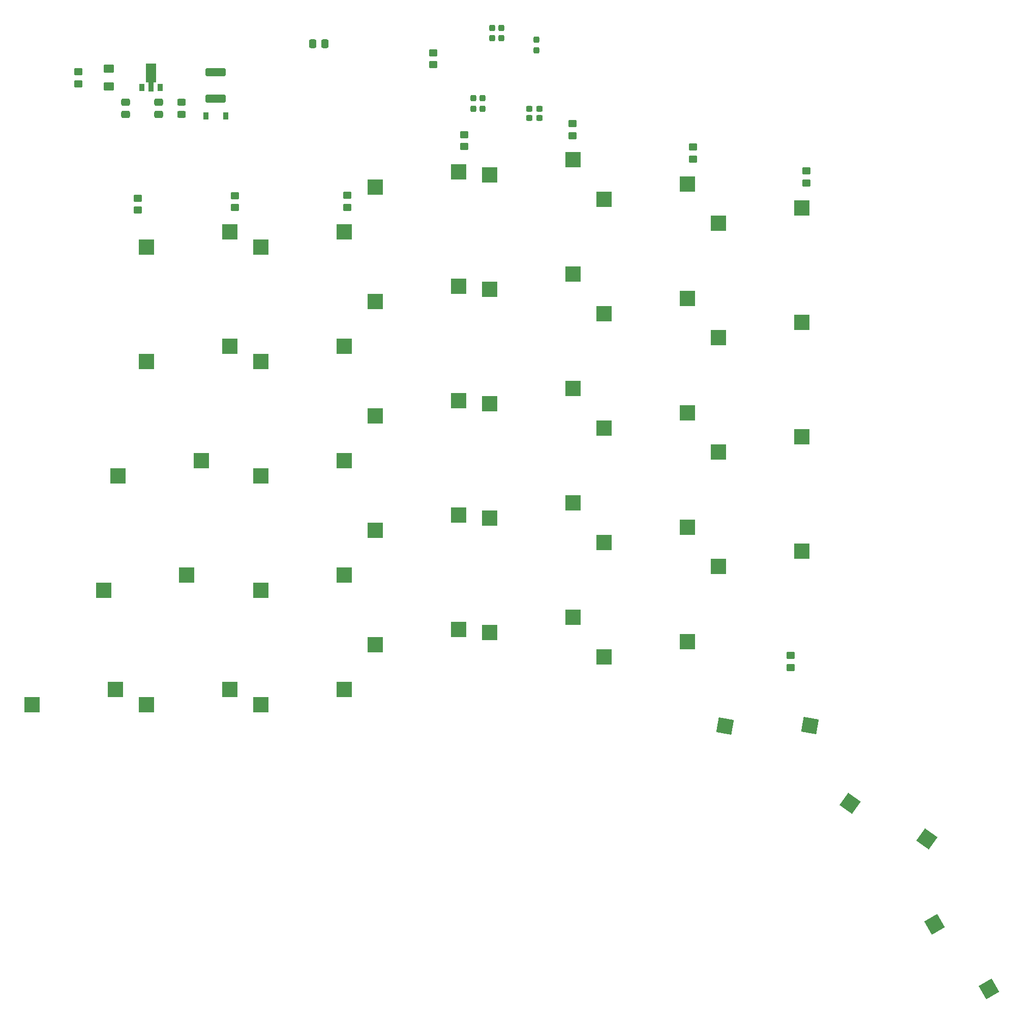
<source format=gbr>
%TF.GenerationSoftware,KiCad,Pcbnew,(6.0.0)*%
%TF.CreationDate,2022-01-02T22:46:40-08:00*%
%TF.ProjectId,thumbler_left,7468756d-626c-4657-925f-6c6566742e6b,rev?*%
%TF.SameCoordinates,Original*%
%TF.FileFunction,Paste,Bot*%
%TF.FilePolarity,Positive*%
%FSLAX46Y46*%
G04 Gerber Fmt 4.6, Leading zero omitted, Abs format (unit mm)*
G04 Created by KiCad (PCBNEW (6.0.0)) date 2022-01-02 22:46:40*
%MOMM*%
%LPD*%
G01*
G04 APERTURE LIST*
G04 Aperture macros list*
%AMRoundRect*
0 Rectangle with rounded corners*
0 $1 Rounding radius*
0 $2 $3 $4 $5 $6 $7 $8 $9 X,Y pos of 4 corners*
0 Add a 4 corners polygon primitive as box body*
4,1,4,$2,$3,$4,$5,$6,$7,$8,$9,$2,$3,0*
0 Add four circle primitives for the rounded corners*
1,1,$1+$1,$2,$3*
1,1,$1+$1,$4,$5*
1,1,$1+$1,$6,$7*
1,1,$1+$1,$8,$9*
0 Add four rect primitives between the rounded corners*
20,1,$1+$1,$2,$3,$4,$5,0*
20,1,$1+$1,$4,$5,$6,$7,0*
20,1,$1+$1,$6,$7,$8,$9,0*
20,1,$1+$1,$8,$9,$2,$3,0*%
%AMRotRect*
0 Rectangle, with rotation*
0 The origin of the aperture is its center*
0 $1 length*
0 $2 width*
0 $3 Rotation angle, in degrees counterclockwise*
0 Add horizontal line*
21,1,$1,$2,0,0,$3*%
%AMFreePoly0*
4,1,9,3.862500,-0.866500,0.737500,-0.866500,0.737500,-0.450000,-0.737500,-0.450000,-0.737500,0.450000,0.737500,0.450000,0.737500,0.866500,3.862500,0.866500,3.862500,-0.866500,3.862500,-0.866500,$1*%
G04 Aperture macros list end*
%ADD10R,2.550000X2.500000*%
%ADD11RotRect,2.550000X2.500000X350.000000*%
%ADD12RotRect,2.550000X2.500000X324.600000*%
%ADD13RotRect,2.550000X2.500000X300.000000*%
%ADD14RoundRect,0.250000X-0.475000X0.337500X-0.475000X-0.337500X0.475000X-0.337500X0.475000X0.337500X0*%
%ADD15RoundRect,0.237500X-0.237500X0.300000X-0.237500X-0.300000X0.237500X-0.300000X0.237500X0.300000X0*%
%ADD16RoundRect,0.237500X-0.300000X-0.237500X0.300000X-0.237500X0.300000X0.237500X-0.300000X0.237500X0*%
%ADD17RoundRect,0.237500X0.237500X-0.300000X0.237500X0.300000X-0.237500X0.300000X-0.237500X-0.300000X0*%
%ADD18RoundRect,0.250000X0.337500X0.475000X-0.337500X0.475000X-0.337500X-0.475000X0.337500X-0.475000X0*%
%ADD19RoundRect,0.250000X-0.625000X0.462500X-0.625000X-0.462500X0.625000X-0.462500X0.625000X0.462500X0*%
%ADD20RoundRect,0.249999X0.450001X-0.350001X0.450001X0.350001X-0.450001X0.350001X-0.450001X-0.350001X0*%
%ADD21RoundRect,0.249999X-0.450001X0.350001X-0.450001X-0.350001X0.450001X-0.350001X0.450001X0.350001X0*%
%ADD22R,0.900000X1.300000*%
%ADD23FreePoly0,90.000000*%
%ADD24R,0.900000X1.200000*%
%ADD25RoundRect,0.249999X-0.450001X0.325001X-0.450001X-0.325001X0.450001X-0.325001X0.450001X0.325001X0*%
%ADD26RoundRect,0.250000X-1.450000X0.400000X-1.450000X-0.400000X1.450000X-0.400000X1.450000X0.400000X0*%
G04 APERTURE END LIST*
D10*
%TO.C,S1*%
X90046000Y-251711000D03*
X103896000Y-249171000D03*
%TD*%
%TO.C,S4*%
X109093000Y-175506200D03*
X122943000Y-172966200D03*
%TD*%
D11*
%TO.C,S27*%
X205466920Y-255240408D03*
X219547574Y-255144024D03*
%TD*%
D12*
%TO.C,S28*%
X226303906Y-268087981D03*
X239064800Y-274040600D03*
%TD*%
D13*
%TO.C,S29*%
X240290617Y-288299663D03*
X249415321Y-299024115D03*
%TD*%
D10*
%TO.C,S7*%
X128143000Y-175506200D03*
X141993000Y-172966200D03*
%TD*%
%TO.C,S12*%
X147193000Y-165506200D03*
X161043000Y-162966200D03*
%TD*%
%TO.C,S17*%
X166243000Y-163506200D03*
X180093000Y-160966200D03*
%TD*%
%TO.C,S22*%
X185293000Y-167506200D03*
X199143000Y-164966200D03*
%TD*%
%TO.C,S30*%
X204343000Y-171506200D03*
X218193000Y-168966200D03*
%TD*%
%TO.C,S5*%
X109093000Y-194556200D03*
X122943000Y-192016200D03*
%TD*%
%TO.C,S8*%
X128143000Y-194556200D03*
X141993000Y-192016200D03*
%TD*%
%TO.C,S13*%
X147193000Y-184556200D03*
X161043000Y-182016200D03*
%TD*%
%TO.C,S18*%
X166243000Y-182556200D03*
X180093000Y-180016200D03*
%TD*%
%TO.C,S23*%
X185293000Y-186556200D03*
X199143000Y-184016200D03*
%TD*%
%TO.C,S31*%
X204343000Y-190556200D03*
X218193000Y-188016200D03*
%TD*%
%TO.C,S2*%
X104366516Y-213597880D03*
X118216516Y-211057880D03*
%TD*%
%TO.C,S9*%
X128143000Y-213606200D03*
X141993000Y-211066200D03*
%TD*%
%TO.C,S14*%
X147193000Y-203606200D03*
X161043000Y-201066200D03*
%TD*%
%TO.C,S19*%
X166243000Y-201606200D03*
X180093000Y-199066200D03*
%TD*%
%TO.C,S24*%
X185293000Y-205606200D03*
X199143000Y-203066200D03*
%TD*%
%TO.C,S32*%
X204343000Y-209606200D03*
X218193000Y-207066200D03*
%TD*%
%TO.C,S3*%
X101945456Y-232655156D03*
X115795456Y-230115156D03*
%TD*%
%TO.C,S10*%
X128143000Y-232656200D03*
X141993000Y-230116200D03*
%TD*%
%TO.C,S15*%
X147193000Y-222656200D03*
X161043000Y-220116200D03*
%TD*%
%TO.C,S20*%
X166243000Y-220656200D03*
X180093000Y-218116200D03*
%TD*%
%TO.C,S25*%
X185293000Y-224656200D03*
X199143000Y-222116200D03*
%TD*%
%TO.C,S33*%
X204343000Y-228656200D03*
X218193000Y-226116200D03*
%TD*%
%TO.C,S6*%
X109093000Y-251706200D03*
X122943000Y-249166200D03*
%TD*%
%TO.C,S11*%
X128143000Y-251706200D03*
X141993000Y-249166200D03*
%TD*%
%TO.C,S16*%
X147193000Y-241706200D03*
X161043000Y-239166200D03*
%TD*%
%TO.C,S21*%
X166243000Y-239706200D03*
X180093000Y-237166200D03*
%TD*%
%TO.C,S26*%
X185293000Y-243706200D03*
X199143000Y-241166200D03*
%TD*%
D14*
%TO.C,C1*%
X111125000Y-151331250D03*
X111125000Y-153406250D03*
%TD*%
D15*
%TO.C,C3*%
X163515100Y-150728600D03*
X163515100Y-152453600D03*
%TD*%
D16*
%TO.C,C7*%
X172812600Y-152506600D03*
X174537600Y-152506600D03*
%TD*%
D17*
%TO.C,C8*%
X174056100Y-142701100D03*
X174056100Y-140976100D03*
%TD*%
%TO.C,C9*%
X166702800Y-140695600D03*
X166702800Y-138970600D03*
%TD*%
D18*
%TO.C,C4*%
X138832500Y-141605000D03*
X136757500Y-141605000D03*
%TD*%
D17*
%TO.C,C10*%
X168214100Y-140695600D03*
X168214100Y-138970600D03*
%TD*%
D19*
%TO.C,D2*%
X102842500Y-145801250D03*
X102842500Y-148776250D03*
%TD*%
D20*
%TO.C,R7*%
X156845000Y-145145000D03*
X156845000Y-143145000D03*
%TD*%
D21*
%TO.C,R4*%
X97762500Y-146288750D03*
X97762500Y-148288750D03*
%TD*%
%TO.C,R6*%
X142523600Y-166880600D03*
X142523600Y-168880600D03*
%TD*%
%TO.C,R8*%
X162030800Y-156771400D03*
X162030800Y-158771400D03*
%TD*%
%TO.C,R9*%
X180086000Y-154956000D03*
X180086000Y-156956000D03*
%TD*%
%TO.C,R10*%
X200080000Y-158854200D03*
X200080000Y-160854200D03*
%TD*%
%TO.C,R11*%
X216408000Y-243491000D03*
X216408000Y-245491000D03*
%TD*%
%TO.C,R12*%
X219028400Y-162816600D03*
X219028400Y-164816600D03*
%TD*%
D22*
%TO.C,U2*%
X111355000Y-148938750D03*
D23*
X109855000Y-148851250D03*
D22*
X108355000Y-148938750D03*
%TD*%
D24*
%TO.C,D1*%
X122300000Y-153670000D03*
X119000000Y-153670000D03*
%TD*%
D21*
%TO.C,R5*%
X123829200Y-166931400D03*
X123829200Y-168931400D03*
%TD*%
D25*
%TO.C,FB1*%
X114935000Y-151375000D03*
X114935000Y-153425000D03*
%TD*%
D26*
%TO.C,F1*%
X120650000Y-146365000D03*
X120650000Y-150815000D03*
%TD*%
D14*
%TO.C,C2*%
X105612500Y-151331250D03*
X105612500Y-153406250D03*
%TD*%
D16*
%TO.C,C5*%
X172812600Y-154030600D03*
X174537600Y-154030600D03*
%TD*%
D15*
%TO.C,C6*%
X165039100Y-150728600D03*
X165039100Y-152453600D03*
%TD*%
D21*
%TO.C,R3*%
X107674800Y-167337800D03*
X107674800Y-169337800D03*
%TD*%
M02*

</source>
